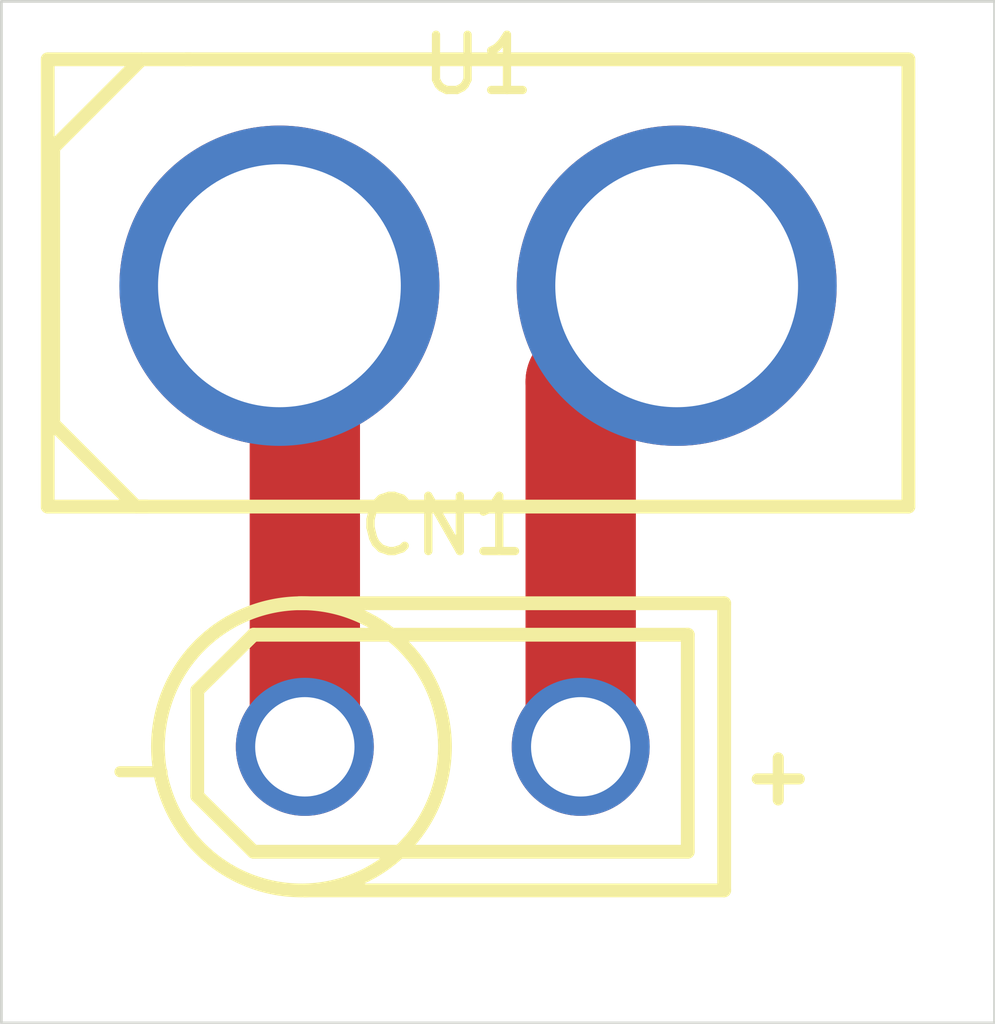
<source format=kicad_pcb>
(kicad_pcb (version 20240108) (generator "pcbnew") (generator_version "8.0")
  (layers (0 "F.Cu" signal) (31 "B.Cu" signal) (34 "B.Paste" user) (35 "F.Paste" user) (36 "B.SilkS" user "B.Silkscreen") (37 "F.SilkS" user "F.Silkscreen") (38 "B.Mask" user) (39 "F.Mask" user) (44 "Edge.Cuts" user))
  (net 0 "")
  (net 1 "Net-(CN1--)")
  (net 2 "Net-(CN1-+)")
  (footprint "easyeda2kicad:CONN-TH_XT60" (layer "F.Cu") (at 139.639519 90.149519)
    (property "Reference" "U1" (at 0 -4 0) (layer "F.SilkS"))
    (property "Value" "XT60")
    (fp_line (start -7.8 -4.1) (end -7.8 4) (stroke (width 0.25)) (layer "F.SilkS"))
    (fp_line (start -7.8 4) (end -6 4) (stroke (width 0.25)) (layer "F.SilkS"))
    (fp_line (start -7.7 -2.5) (end -7.7 2.5) (stroke (width 0.25)) (layer "F.SilkS"))
    (fp_line (start -7.7 2.5) (end -6.2 4) (stroke (width 0.25)) (layer "F.SilkS"))
    (fp_line (start -6.2 4) (end 7.8 4) (stroke (width 0.25)) (layer "F.SilkS"))
    (fp_line (start -6.1 -4.1) (end -7.8 -4.1) (stroke (width 0.25)) (layer "F.SilkS"))
    (fp_line (start -6.1 -4.1) (end -7.7 -2.5) (stroke (width 0.25)) (layer "F.SilkS"))
    (fp_line (start -5.2 -4.1) (end -6.1 -4.1) (stroke (width 0.25)) (layer "F.SilkS"))
    (fp_line (start 7.8 -4.1) (end -5.3 -4.1) (stroke (width 0.25)) (layer "F.SilkS"))
    (fp_line (start 7.8 4) (end 7.8 -4.1) (stroke (width 0.25)) (layer "F.SilkS"))
    (pad "1" thru_hole circle (at -3.6 0) (size 5.8 5.8) (drill 4.399991) (layers "*.Cu" "*.Mask") (net 1 "Net-(CN1--)"))
    (pad "2" thru_hole circle (at 3.6 0) (size 5.8 5.8) (drill 4.399991) (layers "*.Cu" "*.Mask") (net 2 "Net-(CN1-+)"))
  )
  (footprint "easyeda2kicad:CONN-TH_XT30UPB-M" (layer "F.Cu") (at 139 98.5)
    (property "Reference" "CN1" (at 0 -4 0) (layer "F.SilkS"))
    (property "Value" "XT30UPB-M")
    (fp_line (start -4.45 -1.02) (end -3.43 -2.03) (stroke (width 0.25)) (layer "F.SilkS"))
    (fp_line (start -4.45 0.89) (end -4.45 -1.02) (stroke (width 0.25)) (layer "F.SilkS"))
    (fp_line (start -3.43 -2.03) (end 4.44 -2.03) (stroke (width 0.25)) (layer "F.SilkS"))
    (fp_line (start -3.43 1.9) (end -4.45 0.89) (stroke (width 0.25)) (layer "F.SilkS"))
    (fp_line (start -2.6 -2.6) (end 5.1 -2.6) (stroke (width 0.25)) (layer "F.SilkS"))
    (fp_line (start 4.44 -2.03) (end 4.44 1.9) (stroke (width 0.25)) (layer "F.SilkS"))
    (fp_line (start 4.44 1.9) (end -3.43 1.9) (stroke (width 0.25)) (layer "F.SilkS"))
    (fp_line (start 5.1 -2.6) (end 5.1 2.6) (stroke (width 0.25)) (layer "F.SilkS"))
    (fp_line (start 5.1 2.6) (end -2.51 2.6) (stroke (width 0.25)) (layer "F.SilkS"))
    (fp_arc (start -2.555384 2.600477) (mid -2.587309 -2.600338) (end -2.51 2.6) (stroke (width 0.25)) (layer "F.SilkS"))
    (fp_text user "+" (at 5.33 0.51 0) (layer "F.SilkS") (effects (font (thickness 0.2)) (justify left)))
    (fp_text user "-" (at -6.22 0.38 0) (layer "F.SilkS") (effects (font (thickness 0.2)) (justify left)))
    (pad "1" thru_hole circle (at -2.5 0) (size 2.5 2.5) (drill 1.799996) (layers "*.Cu" "*.Mask") (net 1 "Net-(CN1--)"))
    (pad "2" thru_hole circle (at 2.5 0) (size 2.5 2.5) (drill 1.799996) (layers "*.Cu" "*.Mask") (net 2 "Net-(CN1-+)"))
  )
  (gr_rect (start 131 85) (end 149 103.5) (stroke (width 0.05)) (fill none) (layer "Edge.Cuts"))
  (segment (start 136.5 98.5) (end 136.5 90.61) (width 2) (layer "F.Cu") (net 1))
  (segment (start 136.5 90.61) (end 136.039519 90.149519) (width 2) (layer "F.Cu") (net 1))
  (segment (start 141.5 91.889038) (end 143.239519 90.149519) (width 2) (layer "F.Cu") (net 2))
  (segment (start 141.5 98.5) (end 141.5 91.889038) (width 2) (layer "F.Cu") (net 2))
)
</source>
